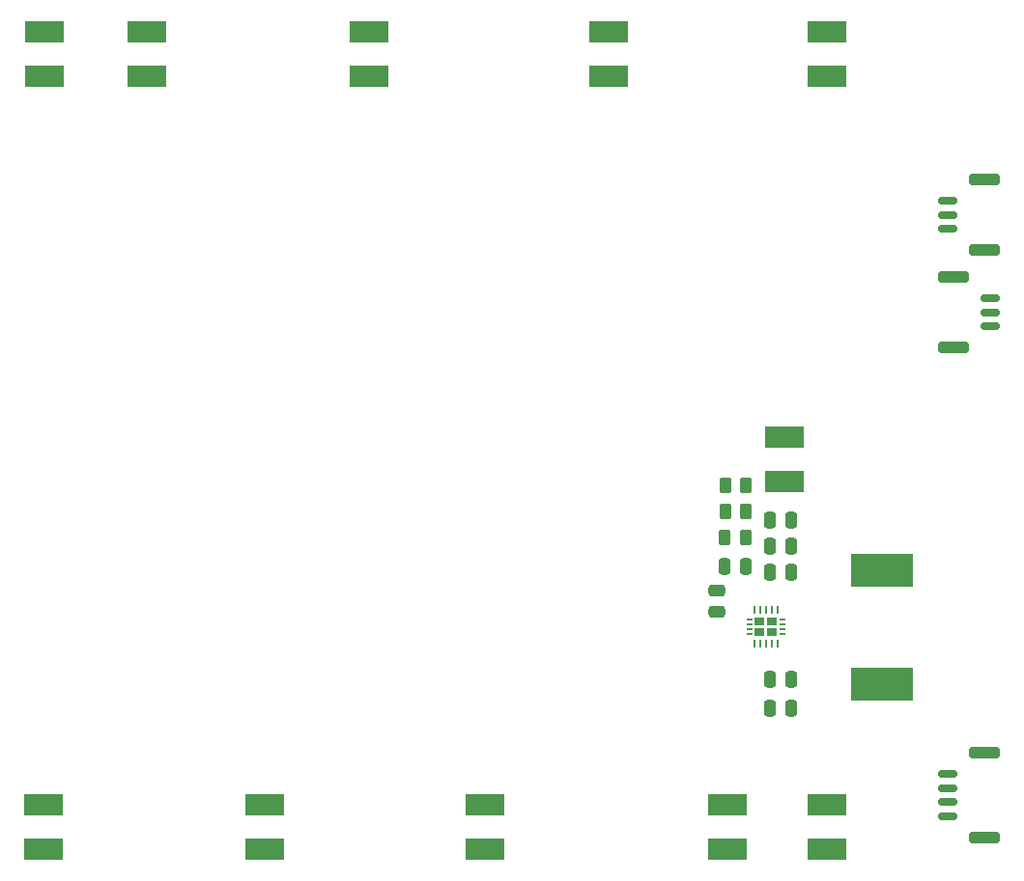
<source format=gbr>
%TF.GenerationSoftware,KiCad,Pcbnew,6.0.11+dfsg-1~bpo11+1*%
%TF.CreationDate,2023-03-28T18:36:03+00:00*%
%TF.ProjectId,UST5BATT18650V01,55535435-4241-4545-9431-383635305630,rev?*%
%TF.SameCoordinates,PX463f660PY87a6900*%
%TF.FileFunction,Paste,Bot*%
%TF.FilePolarity,Positive*%
%FSLAX46Y46*%
G04 Gerber Fmt 4.6, Leading zero omitted, Abs format (unit mm)*
G04 Created by KiCad (PCBNEW 6.0.11+dfsg-1~bpo11+1) date 2023-03-28 18:36:03*
%MOMM*%
%LPD*%
G01*
G04 APERTURE LIST*
G04 Aperture macros list*
%AMRoundRect*
0 Rectangle with rounded corners*
0 $1 Rounding radius*
0 $2 $3 $4 $5 $6 $7 $8 $9 X,Y pos of 4 corners*
0 Add a 4 corners polygon primitive as box body*
4,1,4,$2,$3,$4,$5,$6,$7,$8,$9,$2,$3,0*
0 Add four circle primitives for the rounded corners*
1,1,$1+$1,$2,$3*
1,1,$1+$1,$4,$5*
1,1,$1+$1,$6,$7*
1,1,$1+$1,$8,$9*
0 Add four rect primitives between the rounded corners*
20,1,$1+$1,$2,$3,$4,$5,0*
20,1,$1+$1,$4,$5,$6,$7,0*
20,1,$1+$1,$6,$7,$8,$9,0*
20,1,$1+$1,$8,$9,$2,$3,0*%
G04 Aperture macros list end*
%ADD10R,3.400000X1.900000*%
%ADD11RoundRect,0.250000X0.250000X0.475000X-0.250000X0.475000X-0.250000X-0.475000X0.250000X-0.475000X0*%
%ADD12RoundRect,0.150000X-0.700000X0.150000X-0.700000X-0.150000X0.700000X-0.150000X0.700000X0.150000X0*%
%ADD13RoundRect,0.250000X-1.100000X0.250000X-1.100000X-0.250000X1.100000X-0.250000X1.100000X0.250000X0*%
%ADD14RoundRect,0.250000X-0.262500X-0.450000X0.262500X-0.450000X0.262500X0.450000X-0.262500X0.450000X0*%
%ADD15RoundRect,0.250000X-0.475000X0.250000X-0.475000X-0.250000X0.475000X-0.250000X0.475000X0.250000X0*%
%ADD16R,5.500000X3.000000*%
%ADD17RoundRect,0.250000X0.262500X0.450000X-0.262500X0.450000X-0.262500X-0.450000X0.262500X-0.450000X0*%
%ADD18R,0.230000X0.230000*%
%ADD19O,0.230000X0.800000*%
%ADD20R,0.600000X0.150000*%
%ADD21R,0.600000X0.230000*%
%ADD22R,0.900000X0.650000*%
%ADD23RoundRect,0.150000X0.700000X-0.150000X0.700000X0.150000X-0.700000X0.150000X-0.700000X-0.150000X0*%
%ADD24RoundRect,0.250000X1.100000X-0.250000X1.100000X0.250000X-1.100000X0.250000X-1.100000X-0.250000X0*%
G04 APERTURE END LIST*
D10*
%TO.C,F2*%
X65166000Y74848000D03*
X65166000Y70948000D03*
%TD*%
D11*
%TO.C,C5*%
X81214000Y27432000D03*
X79314000Y27432000D03*
%TD*%
D10*
%TO.C,F7*%
X35052000Y7030000D03*
X35052000Y3130000D03*
%TD*%
D11*
%TO.C,C2*%
X81214000Y18034000D03*
X79314000Y18034000D03*
%TD*%
D12*
%TO.C,J2*%
X94924000Y60051000D03*
X94924000Y58801000D03*
X94924000Y57551000D03*
D13*
X98124000Y61901000D03*
X98124000Y55701000D03*
%TD*%
D10*
%TO.C,F4*%
X84366000Y74848000D03*
X84366000Y70948000D03*
%TD*%
%TO.C,F8*%
X24766000Y74848000D03*
X24766000Y70948000D03*
%TD*%
D14*
%TO.C,R3*%
X75391000Y30480000D03*
X77216000Y30480000D03*
%TD*%
D10*
%TO.C,F6*%
X15766000Y74848000D03*
X15766000Y70948000D03*
%TD*%
D11*
%TO.C,C4*%
X77253500Y27940000D03*
X75353500Y27940000D03*
%TD*%
D10*
%TO.C,F9*%
X54356000Y7030000D03*
X54356000Y3130000D03*
%TD*%
D14*
%TO.C,R1*%
X75414500Y35052000D03*
X77239500Y35052000D03*
%TD*%
D11*
%TO.C,C7*%
X81214000Y32004000D03*
X79314000Y32004000D03*
%TD*%
D10*
%TO.C,F10*%
X44166000Y74848000D03*
X44166000Y70948000D03*
%TD*%
D15*
%TO.C,C3*%
X74676000Y25842000D03*
X74676000Y23942000D03*
%TD*%
D16*
%TO.C,L1*%
X89154000Y17606000D03*
X89154000Y27606000D03*
%TD*%
D11*
%TO.C,C6*%
X81214000Y29718000D03*
X79314000Y29718000D03*
%TD*%
D10*
%TO.C,F3*%
X84350000Y7050000D03*
X84350000Y3150000D03*
%TD*%
D11*
%TO.C,C1*%
X81214000Y15494000D03*
X79314000Y15494000D03*
%TD*%
D17*
%TO.C,R2*%
X77239500Y32766000D03*
X75414500Y32766000D03*
%TD*%
D18*
%TO.C,X1*%
X79978000Y20895000D03*
D19*
X79978000Y21180000D03*
D18*
X79478000Y20895000D03*
D19*
X79478000Y21180000D03*
D18*
X78978000Y20895000D03*
D19*
X78978000Y21180000D03*
X78478000Y21180000D03*
D18*
X78478000Y20895000D03*
X77978000Y20895000D03*
D19*
X77978000Y21180000D03*
X77978000Y24130000D03*
D18*
X77978000Y24415000D03*
D19*
X78478000Y24130000D03*
D18*
X78478000Y24415000D03*
D19*
X78978000Y24130000D03*
D18*
X78978000Y24415000D03*
D19*
X79478000Y24130000D03*
D18*
X79478000Y24415000D03*
X79978000Y24415000D03*
D19*
X79978000Y24130000D03*
D20*
X77553000Y22055000D03*
X77553000Y23255000D03*
D21*
X77553000Y22055000D03*
D20*
X80403000Y22055000D03*
D22*
X79538000Y23090000D03*
D20*
X80403000Y22855000D03*
D21*
X77553000Y22455000D03*
X80403000Y22855000D03*
D20*
X77553000Y22855000D03*
X80403000Y23255000D03*
D21*
X77553000Y22855000D03*
D20*
X80403000Y22455000D03*
D22*
X78418000Y22220000D03*
D21*
X80403000Y22055000D03*
D22*
X79538000Y22220000D03*
X78418000Y23090000D03*
D20*
X77553000Y22455000D03*
D21*
X80403000Y23255000D03*
X77553000Y23255000D03*
X80403000Y22455000D03*
%TD*%
D12*
%TO.C,J1*%
X94924000Y9749000D03*
X94924000Y8499000D03*
X94924000Y7249000D03*
X94924000Y5999000D03*
D13*
X98124000Y11599000D03*
X98124000Y4149000D03*
%TD*%
D23*
%TO.C,J3*%
X98624000Y48990000D03*
X98624000Y50240000D03*
X98624000Y51490000D03*
D24*
X95424000Y47140000D03*
X95424000Y53340000D03*
%TD*%
D10*
%TO.C,F5*%
X15700000Y7050000D03*
X15700000Y3150000D03*
%TD*%
%TO.C,F1*%
X75650000Y7050000D03*
X75650000Y3150000D03*
%TD*%
%TO.C,F11*%
X80645000Y35388000D03*
X80645000Y39288000D03*
%TD*%
M02*

</source>
